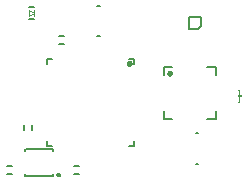
<source format=gto>
%FSTAX43Y43*%
%MOMM*%
%SFA1B1*%

%IPPOS*%
%ADD31C,0.200000*%
%ADD34C,0.250000*%
%ADD48C,0.100000*%
%ADD49C,0.125000*%
%ADD50R,0.449999X0.200000*%
%LNzooidreceiverpcb-1*%
%LPD*%
G54D31*
X00101Y0000383D02*
D01*
X00101Y000039*
X00101Y0000397*
X0010098Y0000404*
X0010097Y0000411*
X0010094Y0000418*
X0010092Y0000424*
X0010089Y000043*
X0010085Y0000436*
X0010081Y0000442*
X0010077Y0000448*
X0010072Y0000453*
X0010067Y0000458*
X0010062Y0000462*
X0010056Y0000466*
X001005Y000047*
X0010044Y0000473*
X0010038Y0000476*
X0010031Y0000479*
X0010025Y0000481*
X0010018Y0000482*
X0010011Y0000483*
X0010004Y0000483*
X0009997*
X000999Y0000483*
X0009983Y0000482*
X0009976Y0000481*
X000997Y0000479*
X0009963Y0000476*
X0009957Y0000473*
X000995Y000047*
X0009945Y0000466*
X0009939Y0000462*
X0009934Y0000458*
X0009929Y0000453*
X0009924Y0000448*
X000992Y0000442*
X0009916Y0000436*
X0009912Y000043*
X0009909Y0000424*
X0009907Y0000418*
X0009904Y0000411*
X0009903Y0000404*
X0009901Y0000397*
X0009901Y000039*
X00099Y0000383*
X0009901Y0000377*
X0009901Y000037*
X0009903Y0000363*
X0009904Y0000356*
X0009907Y0000349*
X0009909Y0000343*
X0009912Y0000337*
X0009916Y000033*
X000992Y0000325*
X0009924Y0000319*
X0009929Y0000314*
X0009934Y0000309*
X0009939Y0000305*
X0009945Y0000301*
X000995Y0000297*
X0009957Y0000294*
X0009963Y0000291*
X000997Y0000288*
X0009976Y0000286*
X0009983Y0000285*
X000999Y0000284*
X0009997Y0000284*
X0010004*
X0010011Y0000284*
X0010018Y0000285*
X0010025Y0000286*
X0010031Y0000288*
X0010038Y0000291*
X0010044Y0000294*
X001005Y0000297*
X0010056Y0000301*
X0010062Y0000305*
X0010067Y0000309*
X0010072Y0000314*
X0010077Y0000319*
X0010081Y0000325*
X0010085Y000033*
X0010089Y0000337*
X0010092Y0000343*
X0010094Y0000349*
X0010097Y0000356*
X0010098Y0000363*
X00101Y000037*
X00101Y0000377*
X00101Y0000383*
X0005649Y0001149D02*
X0006049D01*
X0005649Y0000449D02*
X0006049D01*
X0011299D02*
X0011699D01*
X0011299Y0001149D02*
X0011699D01*
X0010024Y0012124D02*
X0010424D01*
X0010024Y0011424D02*
X0010424D01*
X0007774Y0004174D02*
Y0004574D01*
X0007074Y0004174D02*
Y0004574D01*
X0021049Y0012749D02*
Y0013749D01*
X0022049*
Y0012999D02*
Y0013749D01*
X0021799Y0012749D02*
X0022049Y0012999D01*
X0021049Y0012749D02*
X0021799D01*
X0007524Y0013599D02*
X0007924D01*
X0007524Y0014599D02*
X0007924D01*
X0008999Y0009799D02*
Y0010224D01*
X0009424*
X0008999Y0002824D02*
Y0003249D01*
Y0002824D02*
X0009424D01*
X0015974D02*
X0016399D01*
Y0003249*
Y0009799D02*
Y0010224D01*
X0015974D02*
X0016399D01*
X0007199Y0000249D02*
Y0000424D01*
X0009499Y0000249D02*
Y0000424D01*
X0007199Y0000249D02*
X0009474D01*
X0007224Y0002549D02*
X0009499D01*
X0007199Y0002374D02*
Y0002549D01*
X0009499Y0002374D02*
Y0002549D01*
X0018899Y0008824D02*
Y0009524D01*
X0019599*
X0022599D02*
X0023299D01*
Y0008824D02*
Y0009524D01*
Y0005124D02*
Y0005824D01*
X0022599Y0005124D02*
X0023299D01*
X0018899D02*
Y0005824D01*
Y0005124D02*
X0019599D01*
X0013299Y0014724D02*
X0013499D01*
X0013299Y0012124D02*
X0013499D01*
X0021624Y0001299D02*
X0021824D01*
X0021624Y0003899D02*
X0021824D01*
G54D34*
X0016124Y0009824D02*
D01*
X0016124Y0009833*
X0016123Y0009842*
X0016122Y000985*
X001612Y0009859*
X0016117Y0009867*
X0016114Y0009875*
X001611Y0009883*
X0016105Y0009891*
X0016101Y0009898*
X0016095Y0009905*
X0016089Y0009911*
X0016083Y0009917*
X0016076Y0009923*
X0016069Y0009928*
X0016062Y0009933*
X0016054Y0009937*
X0016046Y000994*
X0016038Y0009943*
X001603Y0009946*
X0016021Y0009948*
X0016013Y0009949*
X0016004Y0009949*
X0015995*
X0015986Y0009949*
X0015978Y0009948*
X0015969Y0009946*
X0015961Y0009943*
X0015953Y000994*
X0015945Y0009937*
X0015937Y0009933*
X001593Y0009928*
X0015923Y0009923*
X0015916Y0009917*
X001591Y0009911*
X0015904Y0009905*
X0015898Y0009898*
X0015893Y0009891*
X0015889Y0009883*
X0015885Y0009875*
X0015882Y0009867*
X0015879Y0009859*
X0015877Y000985*
X0015876Y0009842*
X0015875Y0009833*
X0015874Y0009824*
X0015875Y0009816*
X0015876Y0009807*
X0015877Y0009798*
X0015879Y000979*
X0015882Y0009782*
X0015885Y0009774*
X0015889Y0009766*
X0015893Y0009758*
X0015898Y0009751*
X0015904Y0009744*
X001591Y0009738*
X0015916Y0009732*
X0015923Y0009726*
X001593Y0009721*
X0015937Y0009716*
X0015945Y0009712*
X0015953Y0009709*
X0015961Y0009706*
X0015969Y0009703*
X0015978Y0009701*
X0015986Y00097*
X0015995Y00097*
X0016004*
X0016013Y00097*
X0016021Y0009701*
X001603Y0009703*
X0016038Y0009706*
X0016046Y0009709*
X0016054Y0009712*
X0016062Y0009716*
X0016069Y0009721*
X0016076Y0009726*
X0016083Y0009732*
X0016089Y0009738*
X0016095Y0009744*
X0016101Y0009751*
X0016105Y0009758*
X001611Y0009766*
X0016114Y0009774*
X0016117Y0009782*
X001612Y000979*
X0016122Y0009798*
X0016123Y0009807*
X0016124Y0009816*
X0016124Y0009824*
X0019549Y0008999D02*
D01*
X0019549Y0009008*
X0019548Y0009017*
X0019547Y0009025*
X0019545Y0009034*
X0019542Y0009042*
X0019539Y000905*
X0019535Y0009058*
X001953Y0009066*
X0019526Y0009073*
X001952Y000908*
X0019514Y0009086*
X0019508Y0009092*
X0019501Y0009098*
X0019494Y0009103*
X0019487Y0009108*
X0019479Y0009112*
X0019471Y0009115*
X0019463Y0009118*
X0019455Y0009121*
X0019446Y0009123*
X0019438Y0009124*
X0019429Y0009124*
X001942*
X0019411Y0009124*
X0019403Y0009123*
X0019394Y0009121*
X0019386Y0009118*
X0019378Y0009115*
X001937Y0009112*
X0019362Y0009108*
X0019355Y0009103*
X0019348Y0009098*
X0019341Y0009092*
X0019335Y0009086*
X0019329Y000908*
X0019323Y0009073*
X0019318Y0009066*
X0019314Y0009058*
X001931Y000905*
X0019307Y0009042*
X0019304Y0009034*
X0019302Y0009025*
X0019301Y0009017*
X00193Y0009008*
X0019299Y0008999*
X00193Y0008991*
X0019301Y0008982*
X0019302Y0008973*
X0019304Y0008965*
X0019307Y0008957*
X001931Y0008949*
X0019314Y0008941*
X0019318Y0008933*
X0019323Y0008926*
X0019329Y0008919*
X0019335Y0008913*
X0019341Y0008907*
X0019348Y0008901*
X0019355Y0008896*
X0019362Y0008891*
X001937Y0008887*
X0019378Y0008884*
X0019386Y0008881*
X0019394Y0008878*
X0019403Y0008876*
X0019411Y0008875*
X001942Y0008875*
X0019429*
X0019438Y0008875*
X0019446Y0008876*
X0019455Y0008878*
X0019463Y0008881*
X0019471Y0008884*
X0019479Y0008887*
X0019487Y0008891*
X0019494Y0008896*
X0019501Y0008901*
X0019508Y0008907*
X0019514Y0008913*
X001952Y0008919*
X0019526Y0008926*
X001953Y0008933*
X0019535Y0008941*
X0019539Y0008949*
X0019542Y0008957*
X0019545Y0008965*
X0019547Y0008973*
X0019548Y0008982*
X0019549Y0008991*
X0019549Y0008999*
G54D48*
X0025224Y0007574D02*
X0025324D01*
X0025224Y0006574D02*
X0025324D01*
Y0007574*
G54D49*
X0007924Y0013849D02*
Y0014349D01*
X0007524D02*
X0007924Y0014099D01*
X0007524Y0013849D02*
Y0014349D01*
Y0013849D02*
X0007924Y0014099D01*
G54D50*
X0025399Y0007074D03*
M02*
</source>
